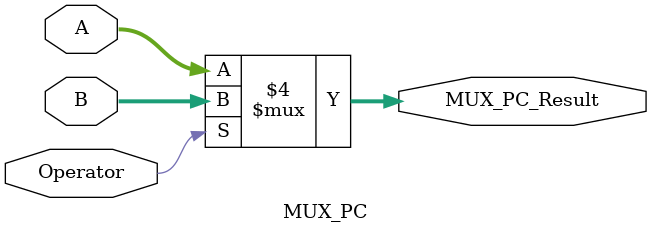
<source format=sv>
module MUX_PC(
  input logic [31:0] A,
  input logic [31:0] B,
  input logic Operator,
  output logic [31:0] MUX_PC_Result
);
  
  always@(*) begin
    if(Operator == 0)
      MUX_PC_Result = A;
    else 
      MUX_PC_Result = B;
  end
  
endmodule
</source>
